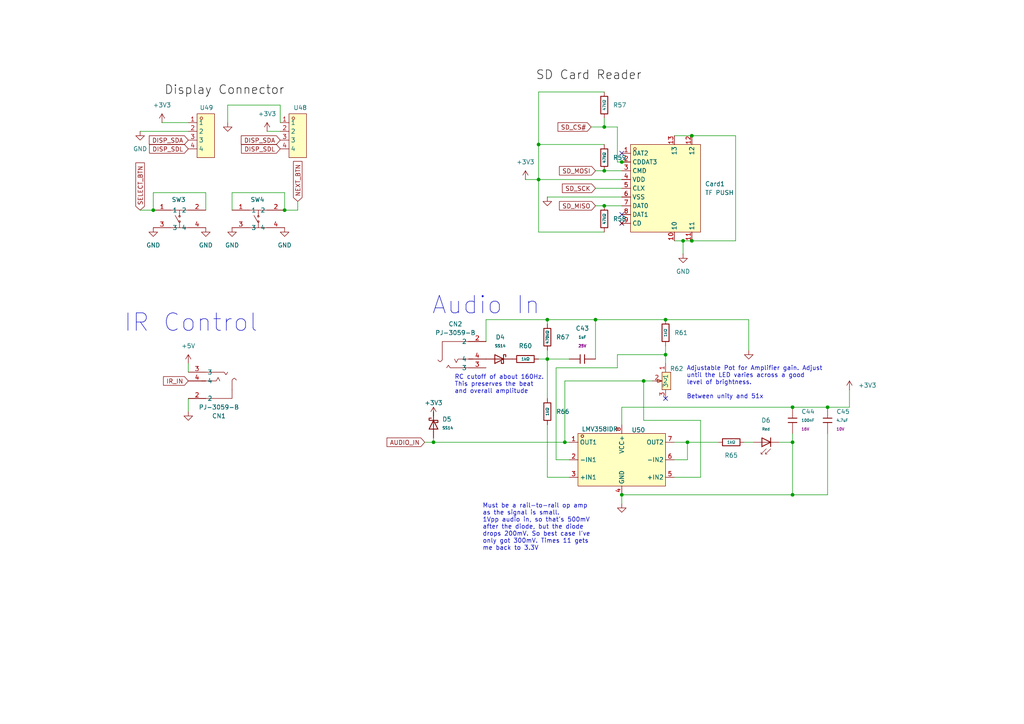
<source format=kicad_sch>
(kicad_sch (version 20250114) (generator "eeschema") (generator_version "9.0")
  (paper "A4")
  (lib_symbols
    (symbol "0402,1kΩ_1" (pin_numbers (hide yes)) (pin_names (offset 0))
      (property "Reference" "R" (at 1.778 0 0))
      (property "Value" "1kΩ" (at 0 0 90))
      (symbol "0402,1kΩ_1_0_1"
        (rectangle (start -1.016 2.54) (end 1.016 -2.54) (stroke (width 0.254)))
      )
      (symbol "0402,1kΩ_1_1_1"
        (pin passive line (at 0 3.81 270) (length 1.27) (name "~") (number "1"))
        (pin passive line (at 0 -3.81 90) (length 1.27) (name "~") (number "2"))
      )
    )
    (symbol "EasyEDA:2.54-1*4"
      (property "Reference" "U" (at 0 8.89 0))
      (property "Value" "2.54-1*4" (at 0 -8.89 0))
      (symbol "2.54-1*4_0_1"
        (rectangle (start -2.54 6.35) (end 2.54 -6.35) (fill (type background)))
        (circle (center -1.27 5.08) (radius 0.38))
        (pin unspecified line (at -5.08 3.81 0) (length 2.54) (name "1") (number "1"))
        (pin unspecified line (at -5.08 1.27 0) (length 2.54) (name "2") (number "2"))
        (pin unspecified line (at -5.08 -1.27 0) (length 2.54) (name "3") (number "3"))
        (pin unspecified line (at -5.08 -3.81 0) (length 2.54) (name "4") (number "4"))
      )
    )
    (symbol "EasyEDA:3362P-1-503LF"
      (property "Reference" "R" (at 0 10.16 0))
      (property "Value" "3362P-1-503LF" (at 0 -10.16 0))
      (symbol "3362P-1-503LF_0_1"
        (polyline (pts (xy -0.25 0) (xy -1.52 0)))
        (polyline (pts (xy 0.25 0) (xy -1.02 -0.51) (xy -1.02 0.51) (xy 0.25 0)) (fill (type background)))
        (polyline (pts (xy 0.25 -2.54) (xy 0.25 2.54) (xy 2.79 2.54) (xy 2.79 -2.54) (xy 0.25 -2.54)) (fill (type background)))
        (pin input line (at -2.54 0 0) (length 2.54) (name "2") (number "2"))
        (pin input line (at 1.27 5.08 270) (length 2.54) (name "1") (number "1"))
        (pin input line (at 1.27 -5.08 90) (length 2.54) (name "3") (number "3"))
      )
    )
    (symbol "EasyEDA:K2-1808SN-A4SW"
      (property "Reference" "SW" (at 0 7.62 0))
      (property "Value" "K2-1808SN-A4SW" (at 0 -7.62 0))
      (symbol "K2-1808SN-A4SW_0_1"
        (polyline (pts (xy -2.54 2.54) (xy 2.54 2.54)))
        (polyline (pts (xy -2.54 -2.54) (xy 2.54 -2.54)))
        (polyline (pts (xy -1.27 1.02) (xy -0.25 -0.76)))
        (polyline (pts (xy 0 2.54) (xy 0 1.52)))
        (polyline (pts (xy 0 1.52) (xy 0 0.76)))
        (circle (center 0 0.76) (radius 0.25))
        (circle (center 0 -0.76) (radius 0.25))
        (polyline (pts (xy 0 -2.54) (xy 0 -0.76)))
        (pin unspecified line (at -7.62 2.54 0) (length 5.08) (name "1") (number "1"))
        (pin unspecified line (at -7.62 -2.54 0) (length 5.08) (name "3") (number "3"))
        (pin unspecified line (at 7.62 2.54 180) (length 5.08) (name "2") (number "2"))
        (pin unspecified line (at 7.62 -2.54 180) (length 5.08) (name "4") (number "4"))
      )
    )
    (symbol "EasyEDA:LMV358IDR"
      (property "Reference" "U50" (at 0 11.43 0))
      (property "Value" "LMV358IDR" (at 0 8.89 0))
      (symbol "LMV358IDR_0_1"
        (rectangle (start -12.7 6.35) (end 12.7 -8.89) (fill (type background)))
        (circle (center -11.43 5.59) (radius 0.38))
        (circle (center -11.43 5.59) (radius 0.38))
        (pin unspecified line (at -15.24 3.81 0) (length 2.54) (name "OUT1") (number "1"))
        (pin unspecified line (at -15.24 -1.27 0) (length 2.54) (name "-IN1") (number "2"))
        (pin unspecified line (at -15.24 -6.35 0) (length 2.54) (name "+IN1") (number "3"))
        (pin unspecified line (at 0 8.89 270) (length 2.54) (name "VCC+") (number "8"))
        (pin unspecified line (at 0 -11.43 90) (length 2.54) (name "GND") (number "4"))
        (pin unspecified line (at 15.24 3.81 180) (length 2.54) (name "OUT2") (number "7"))
        (pin unspecified line (at 15.24 -1.27 180) (length 2.54) (name "-IN2") (number "6"))
        (pin unspecified line (at 15.24 -6.35 180) (length 2.54) (name "+IN2") (number "5"))
      )
    )
    (symbol "EasyEDA:PJ-3059-B"
      (property "Reference" "CN" (at 0 7.62 0))
      (property "Value" "PJ-3059-B" (at 0 -10.16 0))
      (symbol "PJ-3059-B_0_1"
        (polyline (pts (xy -10.16 0) (xy -10.16 -2.79) (xy -10.41 -3.05) (xy -10.67 -3.3) (xy -10.92 -3.3) (xy -11.43 -2.79)))
        (polyline (pts (xy -2.54 2.54) (xy -10.16 2.54) (xy -10.16 0)))
        (polyline (pts (xy -2.54 -5.08) (xy -7.87 -5.08) (xy -8.38 -4.32) (xy -8.89 -5.08)))
        (polyline (pts (xy -1.27 -2.54) (xy -2.54 -2.54) (xy -5.59 -2.54) (xy -6.1 -3.56) (xy -6.6 -2.54)))
        (pin unspecified line (at 2.54 2.54 180) (length 5.08) (name "2") (number "2"))
        (pin unspecified line (at 2.54 -2.54 180) (length 5.08) (name "4") (number "4"))
        (pin unspecified line (at 2.54 -5.08 180) (length 5.08) (name "3") (number "3"))
      )
    )
    (symbol "EasyEDA:TFPUSH"
      (property "Reference" "Card1" (at 13.97 1.2701 0))
      (property "Value" "TF PUSH" (at 13.97 -1.2699 0))
      (symbol "TFPUSH_0_1"
        (rectangle (start -7.62 12.7) (end 12.7 -12.7) (fill (type background)))
        (circle (center -6.35 11.43) (radius 0.38))
        (pin unspecified line (at -10.16 10.16 0) (length 2.54) (name "DAT2") (number "1"))
        (pin unspecified line (at -10.16 5.08 0) (length 2.54) (name "CMD") (number "3"))
        (pin unspecified line (at -10.16 2.54 0) (length 2.54) (name "VDD") (number "4"))
        (pin unspecified line (at -10.16 0 0) (length 2.54) (name "CLX") (number "5"))
        (pin unspecified line (at -10.16 -2.54 0) (length 2.54) (name "VSS") (number "6"))
        (pin unspecified line (at -10.16 -5.08 0) (length 2.54) (name "DAT0") (number "7"))
        (pin unspecified line (at -10.16 -7.62 0) (length 2.54) (name "DAT1") (number "8"))
        (pin unspecified line (at 5.08 15.24 270) (length 2.54) (name "13") (number "13"))
        (pin unspecified line (at 5.08 -15.24 90) (length 2.54) (name "10") (number "10"))
        (pin unspecified line (at 10.16 15.24 270) (length 2.54) (name "12") (number "12"))
        (pin unspecified line (at 10.16 -15.24 90) (length 2.54) (name "11") (number "11"))
      )
      (symbol "TFPUSH_1_1"
        (pin unspecified line (at -10.16 7.62 0) (length 2.54) (name "CDDAT3") (number "2"))
        (pin no_connect line (at -10.16 -10.16 0) (length 2.54) (name "CD") (number "9"))
      )
    )
    (symbol "PCM_JLCPCB-Capacitors:0402,100nF" (pin_numbers (hide yes)) (pin_names (offset 0))
      (property "Reference" "C" (at 2.032 1.668 0))
      (property "Value" "100nF" (at 2.032 -0.3782 0))
      (property "Voltage Rated" "16V" (at 2.032 -2.0462 0))
      (symbol "0402,100nF_0_1"
        (polyline (pts (xy -1.27 0.635) (xy 1.27 0.635)) (stroke (width 0.254)))
        (polyline (pts (xy -1.27 -0.635) (xy 1.27 -0.635)) (stroke (width 0.254)))
      )
      (symbol "0402,100nF_1_1"
        (pin passive line (at 0 3.81 270) (length 3.175) (name "~") (number "1"))
        (pin passive line (at 0 -3.81 90) (length 3.175) (name "~") (number "2"))
      )
    )
    (symbol "PCM_JLCPCB-Capacitors:0402,1uF" (pin_numbers (hide yes)) (pin_names (offset 0))
      (property "Reference" "C" (at 2.032 1.668 0))
      (property "Value" "1uF" (at 2.032 -0.3782 0))
      (property "Voltage Rated" "25V" (at 2.032 -2.0462 0))
      (symbol "0402,1uF_0_1"
        (polyline (pts (xy -1.27 0.635) (xy 1.27 0.635)) (stroke (width 0.254)))
        (polyline (pts (xy -1.27 -0.635) (xy 1.27 -0.635)) (stroke (width 0.254)))
      )
      (symbol "0402,1uF_1_1"
        (pin passive line (at 0 3.81 270) (length 3.175) (name "~") (number "1"))
        (pin passive line (at 0 -3.81 90) (length 3.175) (name "~") (number "2"))
      )
    )
    (symbol "PCM_JLCPCB-Capacitors:0402,4.7uF" (pin_numbers (hide yes)) (pin_names (offset 0))
      (property "Reference" "C" (at 2.032 1.668 0))
      (property "Value" "4.7uF" (at 2.032 -0.3782 0))
      (property "Voltage Rated" "10V" (at 2.032 -2.0462 0))
      (symbol "0402,4.7uF_0_1"
        (polyline (pts (xy -1.27 0.635) (xy 1.27 0.635)) (stroke (width 0.254)))
        (polyline (pts (xy -1.27 -0.635) (xy 1.27 -0.635)) (stroke (width 0.254)))
      )
      (symbol "0402,4.7uF_1_1"
        (pin passive line (at 0 3.81 270) (length 3.175) (name "~") (number "1"))
        (pin passive line (at 0 -3.81 90) (length 3.175) (name "~") (number "2"))
      )
    )
    (symbol "PCM_JLCPCB-Diodes:LED,0603,Red" (pin_numbers (hide yes)) (pin_names (offset 0))
      (property "Reference" "D" (at 2.032 0.834 0))
      (property "Value" "Red" (at 2.032 -1.2122 0))
      (symbol "LED,0603,Red_0_1"
        (polyline (pts (xy -1.905 0) (xy -3.429 1.524) (xy -3.429 1.016) (xy -3.429 1.524) (xy -2.921 1.524)) (stroke (width 0.127)))
        (polyline (pts (xy -1.905 -1.27) (xy -3.429 0.254) (xy -3.429 -0.254) (xy -3.429 0.254) (xy -2.921 0.254)) (stroke (width 0.127)))
        (polyline (pts (xy -1.27 1.27) (xy 0 -1.27) (xy 1.27 1.27) (xy -1.27 1.27)) (stroke (width 0.254)))
        (polyline (pts (xy -1.27 -1.27) (xy 1.27 -1.27)) (stroke (width 0.254)))
      )
      (symbol "LED,0603,Red_1_1"
        (pin passive line (at 0 3.81 270) (length 3.81) (name "~") (number "2"))
        (pin passive line (at 0 -3.81 90) (length 3.81) (name "~") (number "1"))
      )
    )
    (symbol "PCM_JLCPCB-Diodes:Schottky,SS14" (pin_numbers (hide yes)) (pin_names (offset 0))
      (property "Reference" "D" (at 2.032 0.834 0))
      (property "Value" "SS14" (at 2.032 -1.2122 0))
      (symbol "Schottky,SS14_0_1"
        (polyline (pts (xy -1.27 1.27) (xy 0 -1.27) (xy 1.27 1.27) (xy -1.27 1.27)) (stroke (width 0.254)))
        (polyline (pts (xy 0.635 -1.905) (xy 1.27 -1.905) (xy 1.27 -1.27) (xy -1.27 -1.27) (xy -1.27 -0.635) (xy -0.635 -0.635)) (stroke (width 0.254)))
      )
      (symbol "Schottky,SS14_1_1"
        (pin passive line (at 0 3.81 270) (length 3.81) (name "~") (number "2"))
        (pin passive line (at 0 -3.81 90) (length 3.81) (name "~") (number "1"))
      )
    )
    (symbol "PCM_JLCPCB-Resistors:0402,1kΩ" (pin_numbers (hide yes)) (pin_names (offset 0))
      (property "Reference" "R" (at 1.778 0 0))
      (property "Value" "1kΩ" (at 0 0 90))
      (symbol "0402,1kΩ_0_1"
        (rectangle (start -1.016 2.54) (end 1.016 -2.54) (stroke (width 0.254)))
      )
      (symbol "0402,1kΩ_1_1"
        (pin passive line (at 0 3.81 270) (length 1.27) (name "~") (number "1"))
        (pin passive line (at 0 -3.81 90) (length 1.27) (name "~") (number "2"))
      )
    )
    (symbol "PCM_JLCPCB-Resistors:0402,470kΩ" (pin_numbers (hide yes)) (pin_names (offset 0))
      (property "Reference" "R" (at 1.778 0 0))
      (property "Value" "470kΩ" (at 0 0 90))
      (symbol "0402,470kΩ_0_1"
        (rectangle (start -1.016 2.54) (end 1.016 -2.54) (stroke (width 0.254)))
      )
      (symbol "0402,470kΩ_1_1"
        (pin passive line (at 0 3.81 270) (length 1.27) (name "~") (number "1"))
        (pin passive line (at 0 -3.81 90) (length 1.27) (name "~") (number "2"))
      )
    )
    (symbol "PCM_JLCPCB-Resistors:0402,47kΩ" (pin_numbers (hide yes)) (pin_names (offset 0))
      (property "Reference" "R" (at 1.778 0 0))
      (property "Value" "47kΩ" (at 0 0 90))
      (symbol "0402,47kΩ_0_1"
        (rectangle (start -1.016 2.54) (end 1.016 -2.54) (stroke (width 0.254)))
      )
      (symbol "0402,47kΩ_1_1"
        (pin passive line (at 0 3.81 270) (length 1.27) (name "~") (number "1"))
        (pin passive line (at 0 -3.81 90) (length 1.27) (name "~") (number "2"))
      )
    )
    (symbol "PCM_JLCPCB-Resistors:0603,1kΩ" (pin_numbers (hide yes)) (pin_names (offset 0))
      (property "Reference" "R" (at 1.778 0 0))
      (property "Value" "1kΩ" (at 0 0 90))
      (symbol "0603,1kΩ_0_1"
        (rectangle (start -1.016 2.54) (end 1.016 -2.54) (stroke (width 0.254)))
      )
      (symbol "0603,1kΩ_1_1"
        (pin passive line (at 0 3.81 270) (length 1.27) (name "~") (number "1"))
        (pin passive line (at 0 -3.81 90) (length 1.27) (name "~") (number "2"))
      )
    )
    (symbol "power:+3V3" (power) (pin_numbers (hide yes)) (pin_names (offset 0) (hide yes))
      (property "Value" "+3V3" (at 0 3.556 0))
      (symbol "+3V3_0_1"
        (polyline (pts (xy -0.762 1.27) (xy 0 2.54)))
        (polyline (pts (xy 0 2.54) (xy 0.762 1.27)))
        (polyline (pts (xy 0 0) (xy 0 2.54)))
      )
      (symbol "+3V3_1_1"
        (pin power_in line (at 0 0 90) (length 0) (name "~") (number "1"))
      )
    )
    (symbol "power:+5V" (power) (pin_numbers (hide yes)) (pin_names (offset 0) (hide yes))
      (property "Value" "+5V" (at 0 3.556 0))
      (symbol "+5V_0_1"
        (polyline (pts (xy -0.762 1.27) (xy 0 2.54)))
        (polyline (pts (xy 0 2.54) (xy 0.762 1.27)))
        (polyline (pts (xy 0 0) (xy 0 2.54)))
      )
      (symbol "+5V_1_1"
        (pin power_in line (at 0 0 90) (length 0) (name "~") (number "1"))
      )
    )
    (symbol "power:GND" (power) (pin_numbers (hide yes)) (pin_names (offset 0) (hide yes))
      (property "Value" "GND" (at 0 -3.81 0))
      (symbol "GND_0_1"
        (polyline (pts (xy 0 0) (xy 0 -1.27) (xy 1.27 -1.27) (xy 0 -2.54) (xy -1.27 -1.27) (xy 0 -1.27)))
      )
      (symbol "GND_1_1"
        (pin power_in line (at 0 0 270) (length 0) (name "~") (number "1"))
      )
    )
  )
  (text "Display Connector" (at 82.55 27.686 0) (effects (font (size 2.54 2.54)) (justify right bottom)))
  (text "Adjustable Pot for Amplifier gain. Adjust \nuntil the LED varies across a good \nlevel of brightness.\n\nBetween unity and 51x" (at 199.136 110.998 0) (effects (font (size 1.27 1.27)) (justify left)))
  (text "Must be a rail-to-rail op amp\nas the signal is small. \n1Vpp audio in, so that's 500mV\nafter the diode, but the diode \ndrops 200mV. So best case I've \nonly got 300mV. Times 11 gets\nme back to 3.3V" (at 139.954 152.908 0) (effects (font (size 1.27 1.27)) (justify left)))
  (text "IR Control" (at 55.372 93.726 0) (effects (font (size 5.08 5.08))))
  (text "Audio In\n" (at 140.97 88.646 0) (effects (font (size 5.08 5.08))))
  (text "SD Card Reader" (at 186.182 23.368 0) (effects (font (size 2.54 2.54)) (justify right bottom)))
  (text "RC cutoff of about 160Hz.\nThis preserves the beat\nand overall amplitude" (at 131.826 111.506 0) (effects (font (size 1.27 1.27)) (justify left)))
  (junction (at 200.66 69.85))
  (junction (at 156.21 52.07))
  (junction (at 180.34 46.99))
  (junction (at 156.21 41.91))
  (junction (at 125.73 128.27))
  (junction (at 175.26 36.83))
  (junction (at 163.83 128.27))
  (junction (at 186.69 110.49))
  (junction (at 158.75 104.14))
  (junction (at 198.12 69.85))
  (junction (at 175.26 59.69))
  (junction (at 193.04 102.87))
  (junction (at 172.72 92.71))
  (junction (at 158.75 92.71))
  (junction (at 229.87 128.27))
  (junction (at 44.45 60.96))
  (junction (at 200.66 39.37))
  (junction (at 175.26 49.53))
  (junction (at 180.34 143.51))
  (junction (at 229.87 118.11))
  (junction (at 240.03 118.11))
  (junction (at 229.87 143.51))
  (junction (at 193.04 92.71))
  (junction (at 199.39 128.27))
  (junction (at 82.55 60.96))
  (no_connect (at 180.34 44.45))
  (no_connect (at 180.34 64.77))
  (no_connect (at 180.34 62.23))
  (no_connect (at 193.04 115.57))
  (wire (pts (xy 180.34 54.61) (xy 172.72 54.61)))
  (wire (pts (xy 193.04 92.71) (xy 217.17 92.71)))
  (wire (pts (xy 156.21 41.91) (xy 175.26 41.91)))
  (wire (pts (xy 172.72 49.53) (xy 175.26 49.53)))
  (wire (pts (xy 180.34 143.51) (xy 229.87 143.51)))
  (wire (pts (xy 81.28 30.48) (xy 66.04 30.48)))
  (wire (pts (xy 156.21 41.91) (xy 156.21 52.07)))
  (wire (pts (xy 172.72 59.69) (xy 175.26 59.69)))
  (wire (pts (xy 181.61 46.99) (xy 180.34 46.99)))
  (wire (pts (xy 229.87 128.27) (xy 229.87 143.51)))
  (wire (pts (xy 125.73 128.27) (xy 163.83 128.27)))
  (wire (pts (xy 226.06 128.27) (xy 229.87 128.27)))
  (wire (pts (xy 77.47 38.1) (xy 81.28 38.1)))
  (wire (pts (xy 161.29 106.68) (xy 161.29 133.35)))
  (wire (pts (xy 163.83 128.27) (xy 165.1 128.27)))
  (wire (pts (xy 86.36 60.96) (xy 86.36 58.42)))
  (wire (pts (xy 186.69 110.49) (xy 189.23 110.49)))
  (wire (pts (xy 125.73 128.27) (xy 123.19 128.27)))
  (wire (pts (xy 175.26 26.67) (xy 156.21 26.67)))
  (wire (pts (xy 66.04 30.48) (xy 66.04 35.56)))
  (wire (pts (xy 172.72 92.71) (xy 172.72 104.14)))
  (wire (pts (xy 158.75 57.15) (xy 180.34 57.15)))
  (wire (pts (xy 195.58 39.37) (xy 200.66 39.37)))
  (wire (pts (xy 175.26 59.69) (xy 180.34 59.69)))
  (wire (pts (xy 152.4 52.07) (xy 156.21 52.07)))
  (wire (pts (xy 175.26 34.29) (xy 175.26 36.83)))
  (wire (pts (xy 246.38 113.03) (xy 246.38 118.11)))
  (wire (pts (xy 158.75 92.71) (xy 172.72 92.71)))
  (wire (pts (xy 213.36 69.85) (xy 200.66 69.85)))
  (wire (pts (xy 125.73 119.38) (xy 125.73 120.65)))
  (wire (pts (xy 203.2 121.92) (xy 203.2 138.43)))
  (wire (pts (xy 217.17 92.71) (xy 217.17 101.6)))
  (wire (pts (xy 44.45 55.88) (xy 59.69 55.88)))
  (wire (pts (xy 215.9 128.27) (xy 218.44 128.27)))
  (wire (pts (xy 67.31 60.96) (xy 67.31 55.88)))
  (wire (pts (xy 175.26 49.53) (xy 180.34 49.53)))
  (wire (pts (xy 40.64 38.1) (xy 54.61 38.1)))
  (wire (pts (xy 195.58 128.27) (xy 199.39 128.27)))
  (wire (pts (xy 195.58 133.35) (xy 199.39 133.35)))
  (wire (pts (xy 198.12 69.85) (xy 195.58 69.85)))
  (wire (pts (xy 140.97 92.71) (xy 140.97 99.06)))
  (wire (pts (xy 158.75 101.6) (xy 158.75 104.14)))
  (wire (pts (xy 156.21 52.07) (xy 180.34 52.07)))
  (wire (pts (xy 213.36 39.37) (xy 213.36 69.85)))
  (wire (pts (xy 193.04 100.33) (xy 193.04 102.87)))
  (wire (pts (xy 40.64 60.96) (xy 44.45 60.96)))
  (wire (pts (xy 186.69 110.49) (xy 186.69 121.92)))
  (wire (pts (xy 161.29 133.35) (xy 165.1 133.35)))
  (wire (pts (xy 44.45 60.96) (xy 44.45 55.88)))
  (wire (pts (xy 46.99 35.56) (xy 54.61 35.56)))
  (wire (pts (xy 180.34 146.05) (xy 180.34 143.51)))
  (wire (pts (xy 171.45 36.83) (xy 175.26 36.83)))
  (wire (pts (xy 163.83 110.49) (xy 186.69 110.49)))
  (wire (pts (xy 158.75 123.19) (xy 158.75 138.43)))
  (wire (pts (xy 229.87 118.11) (xy 240.03 118.11)))
  (wire (pts (xy 158.75 104.14) (xy 165.1 104.14)))
  (wire (pts (xy 193.04 105.41) (xy 193.04 102.87)))
  (wire (pts (xy 179.07 106.68) (xy 179.07 102.87)))
  (wire (pts (xy 180.34 118.11) (xy 180.34 123.19)))
  (wire (pts (xy 200.66 69.85) (xy 198.12 69.85)))
  (wire (pts (xy 198.12 69.85) (xy 198.12 73.66)))
  (wire (pts (xy 158.75 138.43) (xy 165.1 138.43)))
  (wire (pts (xy 179.07 102.87) (xy 193.04 102.87)))
  (wire (pts (xy 59.69 55.88) (xy 59.69 60.96)))
  (wire (pts (xy 54.61 119.38) (xy 54.61 115.57)))
  (wire (pts (xy 240.03 143.51) (xy 229.87 143.51)))
  (wire (pts (xy 156.21 26.67) (xy 156.21 41.91)))
  (wire (pts (xy 172.72 92.71) (xy 193.04 92.71)))
  (wire (pts (xy 200.66 39.37) (xy 213.36 39.37)))
  (wire (pts (xy 229.87 128.27) (xy 229.87 125.73)))
  (wire (pts (xy 125.73 127) (xy 125.73 128.27)))
  (wire (pts (xy 158.75 104.14) (xy 156.21 104.14)))
  (wire (pts (xy 81.28 30.48) (xy 81.28 35.56)))
  (wire (pts (xy 199.39 128.27) (xy 208.28 128.27)))
  (wire (pts (xy 156.21 67.31) (xy 156.21 52.07)))
  (wire (pts (xy 161.29 106.68) (xy 179.07 106.68)))
  (wire (pts (xy 180.34 46.99) (xy 179.07 46.99)))
  (wire (pts (xy 180.34 118.11) (xy 229.87 118.11)))
  (wire (pts (xy 179.07 46.99) (xy 179.07 36.83)))
  (wire (pts (xy 246.38 118.11) (xy 240.03 118.11)))
  (wire (pts (xy 140.97 92.71) (xy 158.75 92.71)))
  (wire (pts (xy 175.26 67.31) (xy 156.21 67.31)))
  (wire (pts (xy 199.39 133.35) (xy 199.39 128.27)))
  (wire (pts (xy 158.75 92.71) (xy 158.75 93.98)))
  (wire (pts (xy 82.55 60.96) (xy 86.36 60.96)))
  (wire (pts (xy 186.69 121.92) (xy 203.2 121.92)))
  (wire (pts (xy 67.31 55.88) (xy 82.55 55.88)))
  (wire (pts (xy 163.83 110.49) (xy 163.83 128.27)))
  (wire (pts (xy 82.55 55.88) (xy 82.55 60.96)))
  (wire (pts (xy 179.07 36.83) (xy 175.26 36.83)))
  (wire (pts (xy 240.03 143.51) (xy 240.03 125.73)))
  (wire (pts (xy 54.61 105.41) (xy 54.61 107.95)))
  (wire (pts (xy 203.2 138.43) (xy 195.58 138.43)))
  (wire (pts (xy 158.75 104.14) (xy 158.75 115.57)))
  (global_label "NEXT_BTN" (shape input) (at 86.36 58.42 90) (property "Intersheetrefs" "${INTERSHEET_REFS}" (effects (hide yes))))
  (global_label "DISP_SDL" (shape input) (at 54.61 43.18 180) (property "Intersheetrefs" "${INTERSHEET_REFS}" (effects (hide yes))))
  (global_label "DISP_SDA" (shape input) (at 81.28 40.64 180) (property "Intersheetrefs" "${INTERSHEET_REFS}" (effects (hide yes))))
  (global_label "DISP_SDA" (shape input) (at 54.61 40.64 180) (property "Intersheetrefs" "${INTERSHEET_REFS}" (effects (hide yes))))
  (global_label "AUDIO_IN" (shape input) (at 123.19 128.27 180) (property "Intersheetrefs" "${INTERSHEET_REFS}" (effects (hide yes))))
  (global_label "SD_MOSI" (shape input) (at 172.72 49.53 180) (property "Intersheetrefs" "${INTERSHEET_REFS}" (effects (hide yes))))
  (global_label "SD_CS#" (shape input) (at 171.45 36.83 180) (property "Intersheetrefs" "${INTERSHEET_REFS}" (effects (hide yes))))
  (global_label "DISP_SDL" (shape input) (at 81.28 43.18 180) (property "Intersheetrefs" "${INTERSHEET_REFS}" (effects (hide yes))))
  (global_label "SD_SCK" (shape input) (at 172.72 54.61 180) (property "Intersheetrefs" "${INTERSHEET_REFS}" (effects (hide yes))))
  (global_label "SELECT_BTN" (shape input) (at 40.64 60.96 90) (property "Intersheetrefs" "${INTERSHEET_REFS}" (effects (hide yes))))
  (global_label "SD_MISO" (shape input) (at 172.72 59.69 180) (property "Intersheetrefs" "${INTERSHEET_REFS}" (effects (hide yes))))
  (global_label "IR_IN" (shape input) (at 54.61 110.49 180) (property "Intersheetrefs" "${INTERSHEET_REFS}" (effects (hide yes))))
  (symbol (lib_id "power:GND") (at 67.31 66.04 0) (unit 1)
    (property "Reference" "#PWR0119" (effects (hide yes)))
    (property "Value" "GND" (at 67.31 71.12 0))
    (property "Description" "Power symbol creates a global label with name \"GND\" , ground" (effects (hide yes)))
  )
  (symbol (lib_id "power:GND") (at 180.34 146.05 0) (unit 1)
    (property "Reference" "#PWR0127" (effects (hide yes)))
    (property "Value" "GND" (effects (hide yes)))
    (property "Description" "Power symbol creates a global label with name \"GND\" , ground" (effects (hide yes)))
  )
  (symbol (lib_id "PCM_JLCPCB-Diodes:Schottky,SS14") (at 125.73 123.19 180) (unit 1)
    (property "Reference" "D5" (at 128.27 121.6024 0) (effects (justify right)))
    (property "Value" "SS14" (at 128.27 124.1425 0) (effects (font (size 0.8 0.8)) (justify right)))
    (property "Footprint" "PCM_JLCPCB:D_SMA" (effects (hide yes)))
    (property "Datasheet" "https://www.lcsc.com/datasheet/lcsc_datasheet_2407101109_MDD-Microdiode-Semiconductor-SS14_C2480.pdf" (effects (hide yes)))
    (property "Description" "40V Independent Type 1A 550mV@1A SMA(DO-214AC) Schottky Diodes ROHS" (effects (hide yes)))
    (property "LCSC" "C2480" (effects (hide yes)))
    (property "Stock" "1115112" (effects (hide yes)))
    (property "Price" "0.018USD" (effects (hide yes)))
    (property "Process" "SMT" (effects (hide yes)))
    (property "Minimum Qty" "5" (effects (hide yes)))
    (property "Attrition Qty" "10" (effects (hide yes)))
    (property "Class" "Basic Component" (effects (hide yes)))
    (property "Category" "Diodes,Schottky Barrier Diodes (SBD)" (effects (hide yes)))
    (property "Manufacturer" "MDD（Microdiode Electronics）" (effects (hide yes)))
    (property "Part" "SS14" (effects (hide yes)))
    (property "Rectified Current" "1A" (effects (hide yes)))
    (property "Forward Voltage (Vf@If)" "550mV@1A" (effects (hide yes)))
    (property "Reverse Voltage (Vr)" "40V" (effects (hide yes)))
    (property "Diode Configuration" "Independent Type" (effects (hide yes)))
    (property "Reverse Leakage Current (Ir)" "300uA@40V" (effects (hide yes)))
  )
  (symbol (lib_id "EasyEDA:PJ-3059-B") (at 138.43 101.6 0) (unit 1)
    (property "Reference" "CN2" (at 132.08 93.98 0))
    (property "Value" "PJ-3059-B" (at 132.08 96.52 0))
    (property "Footprint" "EasyEDA:AUDIO-TH_XKB_PJ-3059-B" (effects (hide yes)))
    (property "LCSC Part" "C2884976" (effects (hide yes)))
  )
  (symbol (lib_id "power:GND") (at 54.61 119.38 0) (unit 1)
    (property "Reference" "#PWR0107" (effects (hide yes)))
    (property "Value" "GND" (effects (hide yes)))
    (property "Description" "Power symbol creates a global label with name \"GND\" , ground" (effects (hide yes)))
  )
  (symbol (lib_id "power:GND") (at 44.45 66.04 0) (unit 1)
    (property "Reference" "#PWR0117" (effects (hide yes)))
    (property "Value" "GND" (at 44.45 71.12 0))
    (property "Description" "Power symbol creates a global label with name \"GND\" , ground" (effects (hide yes)))
  )
  (symbol (lib_id "power:GND") (at 82.55 66.04 0) (unit 1)
    (property "Reference" "#PWR0120" (effects (hide yes)))
    (property "Value" "GND" (at 82.55 71.12 0))
    (property "Description" "Power symbol creates a global label with name \"GND\" , ground" (effects (hide yes)))
  )
  (symbol (lib_id "power:GND") (at 40.64 38.1 0) (unit 1)
    (property "Reference" "#PWR0121" (effects (hide yes)))
    (property "Value" "GND" (at 40.64 43.18 0))
    (property "Description" "Power symbol creates a global label with name \"GND\" , ground" (effects (hide yes)))
  )
  (symbol (lib_id "PCM_JLCPCB-Resistors:0402,47kΩ") (at 175.26 30.48 0) (unit 1)
    (property "Reference" "R57" (at 177.8 30.4799 0) (effects (justify left)))
    (property "Value" "47kΩ" (at 175.26 30.48 90) (effects (font (size 0.8 0.8))))
    (property "Footprint" "PCM_JLCPCB:R_0402" (effects (hide yes)))
    (property "Datasheet" "https://www.lcsc.com/datasheet/lcsc_datasheet_2206010100_UNI-ROYAL-Uniroyal-Elec-0402WGF4702TCE_C25792.pdf" (effects (hide yes)))
    (property "Description" "62.5mW Thick Film Resistors 50V ±100ppm/°C ±1% 47kΩ 0402 Chip Resistor - Surface Mount ROHS" (effects (hide yes)))
    (property "LCSC" "C25792" (effects (hide yes)))
    (property "Stock" "1792808" (effects (hide yes)))
    (property "Price" "0.004USD" (effects (hide yes)))
    (property "Process" "SMT" (effects (hide yes)))
    (property "Minimum Qty" "20" (effects (hide yes)))
    (property "Attrition Qty" "10" (effects (hide yes)))
    (property "Class" "Basic Component" (effects (hide yes)))
    (property "Category" "Resistors,Chip Resistor - Surface Mount" (effects (hide yes)))
    (property "Manufacturer" "UNI-ROYAL(Uniroyal Elec)" (effects (hide yes)))
    (property "Part" "0402WGF4702TCE" (effects (hide yes)))
    (property "Resistance" "47kΩ" (effects (hide yes)))
    (property "Power(Watts)" "62.5mW" (effects (hide yes)))
    (property "Type" "Thick Film Resistors" (effects (hide yes)))
    (property "Overload Voltage (Max)" "50V" (effects (hide yes)))
    (property "Operating Temperature Range" "-55°C~+155°C" (effects (hide yes)))
    (property "Tolerance" "±1%" (effects (hide yes)))
    (property "Temperature Coefficient" "±100ppm/°C" (effects (hide yes)))
  )
  (symbol (lib_id "PCM_JLCPCB-Resistors:0402,47kΩ") (at 175.26 45.72 0) (unit 1)
    (property "Reference" "R59" (at 177.8 45.7199 0) (effects (justify left)))
    (property "Value" "47kΩ" (at 175.26 45.72 90) (effects (font (size 0.8 0.8))))
    (property "Footprint" "PCM_JLCPCB:R_0402" (effects (hide yes)))
    (property "Datasheet" "https://www.lcsc.com/datasheet/lcsc_datasheet_2206010100_UNI-ROYAL-Uniroyal-Elec-0402WGF4702TCE_C25792.pdf" (effects (hide yes)))
    (property "Description" "62.5mW Thick Film Resistors 50V ±100ppm/°C ±1% 47kΩ 0402 Chip Resistor - Surface Mount ROHS" (effects (hide yes)))
    (property "LCSC" "C25792" (effects (hide yes)))
    (property "Stock" "1792808" (effects (hide yes)))
    (property "Price" "0.004USD" (effects (hide yes)))
    (property "Process" "SMT" (effects (hide yes)))
    (property "Minimum Qty" "20" (effects (hide yes)))
    (property "Attrition Qty" "10" (effects (hide yes)))
    (property "Class" "Basic Component" (effects (hide yes)))
    (property "Category" "Resistors,Chip Resistor - Surface Mount" (effects (hide yes)))
    (property "Manufacturer" "UNI-ROYAL(Uniroyal Elec)" (effects (hide yes)))
    (property "Part" "0402WGF4702TCE" (effects (hide yes)))
    (property "Resistance" "47kΩ" (effects (hide yes)))
    (property "Power(Watts)" "62.5mW" (effects (hide yes)))
    (property "Type" "Thick Film Resistors" (effects (hide yes)))
    (property "Overload Voltage (Max)" "50V" (effects (hide yes)))
    (property "Operating Temperature Range" "-55°C~+155°C" (effects (hide yes)))
    (property "Tolerance" "±1%" (effects (hide yes)))
    (property "Temperature Coefficient" "±100ppm/°C" (effects (hide yes)))
  )
  (symbol (lib_id "EasyEDA:K2-1808SN-A4SW") (at 74.93 63.5 0) (unit 1)
    (property "Reference" "SW4" (at 74.676 57.912 0))
    (property "Value" "K2-1808SN-A4SW" (effects (hide yes)))
    (property "Footprint" "EasyEDA:KEY-SMD_4P-L4.2-W3.2-P2.20-LS5.1-TL" (effects (hide yes)))
    (property "Datasheet" "https://lcsc.com/product-detail/Tactile-Switches_4-2mm-3-25mm_C92589.html" (effects (hide yes)))
    (property "LCSC Part" "C92589" (effects (hide yes)))
  )
  (symbol (lib_id "power:+3V3") (at 46.99 35.56 0) (unit 1)
    (property "Reference" "#PWR0122" (effects (hide yes)))
    (property "Value" "+3V3" (at 46.99 30.48 0))
    (property "Description" "Power symbol creates a global label with name \"+3V3\"" (effects (hide yes)))
  )
  (symbol (lib_id "PCM_JLCPCB-Resistors:0603,1kΩ") (at 193.04 96.52 180) (unit 1)
    (property "Reference" "R61" (at 195.58 96.5199 0) (effects (justify right)))
    (property "Value" "1kΩ" (at 193.04 96.52 90) (effects (font (size 0.8 0.8))))
    (property "Footprint" "PCM_JLCPCB:R_0603" (effects (hide yes)))
    (property "Datasheet" "https://www.lcsc.com/datasheet/lcsc_datasheet_2206010130_UNI-ROYAL-Uniroyal-Elec-0603WAF1001T5E_C21190.pdf" (effects (hide yes)))
    (property "Description" "100mW Thick Film Resistors 75V ±100ppm/°C ±1% 1kΩ 0603 Chip Resistor - Surface Mount ROHS" (effects (hide yes)))
    (property "LCSC" "C21190" (effects (hide yes)))
    (property "Stock" "27538425" (effects (hide yes)))
    (property "Price" "0.004USD" (effects (hide yes)))
    (property "Process" "SMT" (effects (hide yes)))
    (property "Minimum Qty" "20" (effects (hide yes)))
    (property "Attrition Qty" "10" (effects (hide yes)))
    (property "Class" "Basic Component" (effects (hide yes)))
    (property "Category" "Resistors,Chip Resistor - Surface Mount" (effects (hide yes)))
    (property "Manufacturer" "UNI-ROYAL(Uniroyal Elec)" (effects (hide yes)))
    (property "Part" "0603WAF1001T5E" (effects (hide yes)))
    (property "Resistance" "1kΩ" (effects (hide yes)))
    (property "Power(Watts)" "100mW" (effects (hide yes)))
    (property "Type" "Thick Film Resistors" (effects (hide yes)))
    (property "Overload Voltage (Max)" "75V" (effects (hide yes)))
    (property "Operating Temperature Range" "-55°C~+155°C" (effects (hide yes)))
    (property "Tolerance" "±1%" (effects (hide yes)))
    (property "Temperature Coefficient" "±100ppm/°C" (effects (hide yes)))
  )
  (symbol (lib_id "PCM_JLCPCB-Resistors:0402,1kΩ") (at 212.09 128.27 270) (unit 1)
    (property "Reference" "R65" (at 212.09 132.08 90))
    (property "Value" "1kΩ" (at 212.09 128.27 90) (effects (font (size 0.8 0.8))))
    (property "Footprint" "PCM_JLCPCB:R_0402" (effects (hide yes)))
    (property "Datasheet" "https://www.lcsc.com/datasheet/lcsc_datasheet_2206010216_UNI-ROYAL-Uniroyal-Elec-0402WGF1001TCE_C11702.pdf" (effects (hide yes)))
    (property "Description" "62.5mW Thick Film Resistors 50V ±100ppm/°C ±1% 1kΩ 0402 Chip Resistor - Surface Mount ROHS" (effects (hide yes)))
    (property "LCSC" "C11702" (effects (hide yes)))
    (property "Stock" "8973314" (effects (hide yes)))
    (property "Price" "0.004USD" (effects (hide yes)))
    (property "Process" "SMT" (effects (hide yes)))
    (property "Minimum Qty" "20" (effects (hide yes)))
    (property "Attrition Qty" "10" (effects (hide yes)))
    (property "Class" "Basic Component" (effects (hide yes)))
    (property "Category" "Resistors,Chip Resistor - Surface Mount" (effects (hide yes)))
    (property "Manufacturer" "UNI-ROYAL(Uniroyal Elec)" (effects (hide yes)))
    (property "Part" "0402WGF1001TCE" (effects (hide yes)))
    (property "Resistance" "1kΩ" (effects (hide yes)))
    (property "Power(Watts)" "62.5mW" (effects (hide yes)))
    (property "Type" "Thick Film Resistors" (effects (hide yes)))
    (property "Overload Voltage (Max)" "50V" (effects (hide yes)))
    (property "Operating Temperature Range" "-55°C~+155°C" (effects (hide yes)))
    (property "Tolerance" "±1%" (effects (hide yes)))
    (property "Temperature Coefficient" "±100ppm/°C" (effects (hide yes)))
  )
  (symbol (lib_name "0402,1kΩ_1") (lib_id "PCM_JLCPCB-Resistors:0402,1kΩ") (at 158.75 119.38 0) (unit 1)
    (property "Reference" "R66" (at 161.29 119.3799 0) (effects (justify left)))
    (property "Value" "1kΩ" (at 158.75 119.38 90) (effects (font (size 0.8 0.8))))
    (property "Footprint" "PCM_JLCPCB:R_0402" (effects (hide yes)))
    (property "Datasheet" "https://www.lcsc.com/datasheet/lcsc_datasheet_2206010216_UNI-ROYAL-Uniroyal-Elec-0402WGF1001TCE_C11702.pdf" (effects (hide yes)))
    (property "Description" "62.5mW Thick Film Resistors 50V ±100ppm/°C ±1% 1kΩ 0402 Chip Resistor - Surface Mount ROHS" (effects (hide yes)))
    (property "LCSC" "C11702" (effects (hide yes)))
    (property "Stock" "13226393" (effects (hide yes)))
    (property "Price" "0.004USD" (effects (hide yes)))
    (property "Process" "SMT" (effects (hide yes)))
    (property "Minimum Qty" "20" (effects (hide yes)))
    (property "Attrition Qty" "10" (effects (hide yes)))
    (property "Class" "Basic Component" (effects (hide yes)))
    (property "Category" "Resistors,Chip Resistor - Surface Mount" (effects (hide yes)))
    (property "Manufacturer" "UNI-ROYAL(Uniroyal Elec)" (effects (hide yes)))
    (property "Part" "0402WGF1001TCE" (effects (hide yes)))
    (property "Resistance" "1kΩ" (effects (hide yes)))
    (property "Power(Watts)" "62.5mW" (effects (hide yes)))
    (property "Type" "Thick Film Resistors" (effects (hide yes)))
    (property "Overload Voltage (Max)" "50V" (effects (hide yes)))
    (property "Operating Temperature Range" "-55°C~+155°C" (effects (hide yes)))
    (property "Tolerance" "±1%" (effects (hide yes)))
    (property "Temperature Coefficient" "±100ppm/°C" (effects (hide yes)))
  )
  (symbol (lib_id "PCM_JLCPCB-Diodes:LED,0603,Red") (at 222.25 128.27 90) (unit 1)
    (property "Reference" "D6" (at 222.1547 121.92 90))
    (property "Value" "Red" (at 222.1547 124.46 90) (effects (font (size 0.8 0.8))))
    (property "Footprint" "PCM_JLCPCB:D_0603" (effects (hide yes)))
    (property "Datasheet" "https://www.lcsc.com/datasheet/lcsc_datasheet_1810231112_Hubei-KENTO-Elec-KT-0603R_C2286.pdf" (effects (hide yes)))
    (property "Description" "-40°C~+85°C Red 0603 LED Indication - Discrete ROHS" (effects (hide yes)))
    (property "LCSC" "C2286" (effects (hide yes)))
    (property "Stock" "5373336" (effects (hide yes)))
    (property "Price" "0.009USD" (effects (hide yes)))
    (property "Process" "SMT" (effects (hide yes)))
    (property "Minimum Qty" "20" (effects (hide yes)))
    (property "Attrition Qty" "10" (effects (hide yes)))
    (property "Class" "Basic Component" (effects (hide yes)))
    (property "Category" "Optocouplers & LEDs & Infrared,Light Emitting Diodes (LED)" (effects (hide yes)))
    (property "Manufacturer" "Hubei KENTO Elec" (effects (hide yes)))
    (property "Part" "KT-0603R" (effects (hide yes)))
  )
  (symbol (lib_id "PCM_JLCPCB-Capacitors:0402,4.7uF") (at 240.03 121.92 0) (unit 1)
    (property "Reference" "C45" (at 242.57 119.3799 0) (effects (justify left)))
    (property "Value" "4.7uF" (at 242.57 121.92 0) (effects (font (size 0.8 0.8)) (justify left)))
    (property "Footprint" "PCM_JLCPCB:C_0402" (effects (hide yes)))
    (property "Datasheet" "https://www.lcsc.com/datasheet/lcsc_datasheet_2304140030_Samsung-Electro-Mechanics-CL05A475MP5NRNC_C23733.pdf" (effects (hide yes)))
    (property "Description" "10V 4.7uF X5R ±20% 0402 Multilayer Ceramic Capacitors MLCC - SMD/SMT ROHS" (effects (hide yes)))
    (property "LCSC" "C23733" (effects (hide yes)))
    (property "Stock" "4366811" (effects (hide yes)))
    (property "Price" "0.008USD" (effects (hide yes)))
    (property "Process" "SMT" (effects (hide yes)))
    (property "Minimum Qty" "20" (effects (hide yes)))
    (property "Attrition Qty" "10" (effects (hide yes)))
    (property "Class" "Basic Component" (effects (hide yes)))
    (property "Category" "Capacitors,Multilayer Ceramic Capacitors MLCC - SMD/SMT" (effects (hide yes)))
    (property "Manufacturer" "Samsung Electro-Mechanics" (effects (hide yes)))
    (property "Part" "CL05A475MP5NRNC" (effects (hide yes)))
    (property "Voltage Rated" "10V" (at 242.57 124.46 0) (effects (font (size 0.8 0.8)) (justify left)))
    (property "Tolerance" "±20%" (effects (hide yes)))
    (property "Capacitance" "4.7uF" (effects (hide yes)))
    (property "Temperature Coefficient" "X5R" (effects (hide yes)))
  )
  (symbol (lib_id "power:+5V") (at 54.61 105.41 0) (unit 1)
    (property "Reference" "#PWR0106" (effects (hide yes)))
    (property "Value" "+5V" (at 54.61 100.33 0))
    (property "Description" "Power symbol creates a global label with name \"+5V\"" (effects (hide yes)))
  )
  (symbol (lib_id "EasyEDA:2.54-1*4") (at 86.36 39.37 0) (unit 1)
    (property "Reference" "U48" (at 85.09 31.242 0) (effects (justify left)))
    (property "Value" "2.54-1*4" (effects (hide yes)))
    (property "Footprint" "EasyEDA:HDR-TH_4P-P2.54-V-M-1" (effects (hide yes)))
    (property "LCSC Part" "C5116483" (effects (hide yes)))
  )
  (symbol (lib_id "power:+5V") (at 125.73 120.65 0) (unit 1)
    (property "Reference" "#PWR0129" (effects (hide yes)))
    (property "Value" "+3V3" (at 125.73 116.84 0))
    (property "Description" "Power symbol creates a global label with name \"+5V\"" (effects (hide yes)))
  )
  (symbol (lib_id "EasyEDA:TFPUSH") (at 190.5 54.61 0) (unit 1)
    (property "Reference" "Card1" (at 204.47 53.3399 0) (effects (justify left)))
    (property "Value" "TF PUSH" (at 204.47 55.8799 0) (effects (justify left)))
    (property "Footprint" "EasyEDA:TF-SMD_TF-PUSH" (effects (hide yes)))
    (property "Datasheet" "https://lcsc.com/product-detail/Connector-Card-Sockets_SHOU-HAN-SHOU-HAN-TFDeck-TF-Deck_C393941.html" (effects (hide yes)))
    (property "LCSC Part" "C393941" (effects (hide yes)))
  )
  (symbol (lib_id "PCM_JLCPCB-Resistors:0603,1kΩ") (at 152.4 104.14 90) (unit 1)
    (property "Reference" "R60" (at 152.4 100.33 90))
    (property "Value" "1kΩ" (at 152.4 104.14 90) (effects (font (size 0.8 0.8))))
    (property "Footprint" "PCM_JLCPCB:R_0603" (effects (hide yes)))
    (property "Datasheet" "https://www.lcsc.com/datasheet/lcsc_datasheet_2206010130_UNI-ROYAL-Uniroyal-Elec-0603WAF1001T5E_C21190.pdf" (effects (hide yes)))
    (property "Description" "100mW Thick Film Resistors 75V ±100ppm/°C ±1% 1kΩ 0603 Chip Resistor - Surface Mount ROHS" (effects (hide yes)))
    (property "LCSC" "C21190" (effects (hide yes)))
    (property "Stock" "27538425" (effects (hide yes)))
    (property "Price" "0.004USD" (effects (hide yes)))
    (property "Process" "SMT" (effects (hide yes)))
    (property "Minimum Qty" "20" (effects (hide yes)))
    (property "Attrition Qty" "10" (effects (hide yes)))
    (property "Class" "Basic Component" (effects (hide yes)))
    (property "Category" "Resistors,Chip Resistor - Surface Mount" (effects (hide yes)))
    (property "Manufacturer" "UNI-ROYAL(Uniroyal Elec)" (effects (hide yes)))
    (property "Part" "0603WAF1001T5E" (effects (hide yes)))
    (property "Resistance" "1kΩ" (effects (hide yes)))
    (property "Power(Watts)" "100mW" (effects (hide yes)))
    (property "Type" "Thick Film Resistors" (effects (hide yes)))
    (property "Overload Voltage (Max)" "75V" (effects (hide yes)))
    (property "Operating Temperature Range" "-55°C~+155°C" (effects (hide yes)))
    (property "Tolerance" "±1%" (effects (hide yes)))
    (property "Temperature Coefficient" "±100ppm/°C" (effects (hide yes)))
  )
  (symbol (lib_id "power:+5V") (at 246.38 113.03 0) (unit 1)
    (property "Reference" "#PWR0128" (effects (hide yes)))
    (property "Value" "+3V3" (at 248.92 111.7599 0) (effects (justify left)))
    (property "Description" "Power symbol creates a global label with name \"+5V\"" (effects (hide yes)))
  )
  (symbol (lib_id "power:GND") (at 198.12 73.66 0) (unit 1)
    (property "Reference" "#PWR0125" (effects (hide yes)))
    (property "Value" "GND" (at 198.12 78.74 0))
    (property "Description" "Power symbol creates a global label with name \"GND\" , ground" (effects (hide yes)))
  )
  (symbol (lib_id "power:GND") (at 217.17 101.6 0) (unit 1)
    (property "Reference" "#PWR0126" (effects (hide yes)))
    (property "Value" "GND" (effects (hide yes)))
    (property "Description" "Power symbol creates a global label with name \"GND\" , ground" (effects (hide yes)))
  )
  (symbol (lib_id "power:GND") (at 59.69 66.04 0) (unit 1)
    (property "Reference" "#PWR0118" (effects (hide yes)))
    (property "Value" "GND" (at 59.69 71.12 0))
    (property "Description" "Power symbol creates a global label with name \"GND\" , ground" (effects (hide yes)))
  )
  (symbol (lib_id "power:+5V") (at 152.4 52.07 0) (unit 1)
    (property "Reference" "#PWR0123" (effects (hide yes)))
    (property "Value" "+3V3" (at 152.4 46.99 0))
    (property "Description" "Power symbol creates a global label with name \"+5V\"" (effects (hide yes)))
  )
  (symbol (lib_id "PCM_JLCPCB-Resistors:0402,47kΩ") (at 175.26 63.5 0) (unit 1)
    (property "Reference" "R58" (at 177.8 63.4999 0) (effects (justify left)))
    (property "Value" "47kΩ" (at 175.26 63.5 90) (effects (font (size 0.8 0.8))))
    (property "Footprint" "PCM_JLCPCB:R_0402" (effects (hide yes)))
    (property "Datasheet" "https://www.lcsc.com/datasheet/lcsc_datasheet_2206010100_UNI-ROYAL-Uniroyal-Elec-0402WGF4702TCE_C25792.pdf" (effects (hide yes)))
    (property "Description" "62.5mW Thick Film Resistors 50V ±100ppm/°C ±1% 47kΩ 0402 Chip Resistor - Surface Mount ROHS" (effects (hide yes)))
    (property "LCSC" "C25792" (effects (hide yes)))
    (property "Stock" "1792808" (effects (hide yes)))
    (property "Price" "0.004USD" (effects (hide yes)))
    (property "Process" "SMT" (effects (hide yes)))
    (property "Minimum Qty" "20" (effects (hide yes)))
    (property "Attrition Qty" "10" (effects (hide yes)))
    (property "Class" "Basic Component" (effects (hide yes)))
    (property "Category" "Resistors,Chip Resistor - Surface Mount" (effects (hide yes)))
    (property "Manufacturer" "UNI-ROYAL(Uniroyal Elec)" (effects (hide yes)))
    (property "Part" "0402WGF4702TCE" (effects (hide yes)))
    (property "Resistance" "47kΩ" (effects (hide yes)))
    (property "Power(Watts)" "62.5mW" (effects (hide yes)))
    (property "Type" "Thick Film Resistors" (effects (hide yes)))
    (property "Overload Voltage (Max)" "50V" (effects (hide yes)))
    (property "Operating Temperature Range" "-55°C~+155°C" (effects (hide yes)))
    (property "Tolerance" "±1%" (effects (hide yes)))
    (property "Temperature Coefficient" "±100ppm/°C" (effects (hide yes)))
  )
  (symbol (lib_id "PCM_JLCPCB-Resistors:0402,470kΩ") (at 158.75 97.79 0) (unit 1)
    (property "Reference" "R67" (at 161.29 97.7899 0) (effects (justify left)))
    (property "Value" "470kΩ" (at 158.75 97.79 90) (effects (font (size 0.8 0.8))))
    (property "Footprint" "PCM_JLCPCB:R_0402" (effects (hide yes)))
    (property "Datasheet" "https://www.lcsc.com/datasheet/lcsc_datasheet_2206010100_UNI-ROYAL-Uniroyal-Elec-0402WGF4703TCE_C25790.pdf" (effects (hide yes)))
    (property "Description" "62.5mW Thick Film Resistors 50V ±100ppm/°C ±1% 470kΩ 0402 Chip Resistor - Surface Mount ROHS" (effects (hide yes)))
    (property "LCSC" "C25790" (effects (hide yes)))
    (property "Stock" "393095" (effects (hide yes)))
    (property "Price" "0.004USD" (effects (hide yes)))
    (property "Process" "SMT" (effects (hide yes)))
    (property "Minimum Qty" "20" (effects (hide yes)))
    (property "Attrition Qty" "10" (effects (hide yes)))
    (property "Class" "Preferred Component" (effects (hide yes)))
    (property "Category" "Resistors,Chip Resistor - Surface Mount" (effects (hide yes)))
    (property "Manufacturer" "UNI-ROYAL(Uniroyal Elec)" (effects (hide yes)))
    (property "Part" "0402WGF4703TCE" (effects (hide yes)))
    (property "Resistance" "470kΩ" (effects (hide yes)))
    (property "Power(Watts)" "62.5mW" (effects (hide yes)))
    (property "Type" "Thick Film Resistors" (effects (hide yes)))
    (property "Overload Voltage (Max)" "50V" (effects (hide yes)))
    (property "Operating Temperature Range" "-55°C~+155°C" (effects (hide yes)))
    (property "Tolerance" "±1%" (effects (hide yes)))
    (property "Temperature Coefficient" "±100ppm/°C" (effects (hide yes)))
  )
  (symbol (lib_id "power:GND") (at 158.75 57.15 0) (unit 1)
    (property "Reference" "#PWR0124" (effects (hide yes)))
    (property "Value" "GND" (effects (hide yes)))
    (property "Description" "Power symbol creates a global label with name \"GND\" , ground" (effects (hide yes)))
  )
  (symbol (lib_id "PCM_JLCPCB-Capacitors:0402,1uF") (at 168.91 104.14 90) (unit 1)
    (property "Reference" "C43" (at 168.91 95.25 90))
    (property "Value" "1uF" (at 168.91 97.79 90) (effects (font (size 0.8 0.8))))
    (property "Footprint" "PCM_JLCPCB:C_0402" (effects (hide yes)))
    (property "Datasheet" "https://www.lcsc.com/datasheet/lcsc_datasheet_2304140030_Samsung-Electro-Mechanics-CL05A105KA5NQNC_C52923.pdf" (effects (hide yes)))
    (property "Description" "25V 1uF X5R ±10% 0402 Multilayer Ceramic Capacitors MLCC - SMD/SMT ROHS" (effects (hide yes)))
    (property "LCSC" "C52923" (effects (hide yes)))
    (property "Stock" "7021828" (effects (hide yes)))
    (property "Price" "0.006USD" (effects (hide yes)))
    (property "Process" "SMT" (effects (hide yes)))
    (property "Minimum Qty" "20" (effects (hide yes)))
    (property "Attrition Qty" "10" (effects (hide yes)))
    (property "Class" "Basic Component" (effects (hide yes)))
    (property "Category" "Capacitors,Multilayer Ceramic Capacitors MLCC - SMD/SMT" (effects (hide yes)))
    (property "Manufacturer" "Samsung Electro-Mechanics" (effects (hide yes)))
    (property "Part" "CL05A105KA5NQNC" (effects (hide yes)))
    (property "Voltage Rated" "25V" (at 168.91 100.33 90) (effects (font (size 0.8 0.8))))
    (property "Tolerance" "±10%" (effects (hide yes)))
    (property "Capacitance" "1uF" (effects (hide yes)))
    (property "Temperature Coefficient" "X5R" (effects (hide yes)))
  )
  (symbol (lib_id "EasyEDA:2.54-1*4") (at 59.69 39.37 0) (unit 1)
    (property "Reference" "U49" (at 57.912 31.242 0) (effects (justify left)))
    (property "Value" "2.54-1*4" (effects (hide yes)))
    (property "Footprint" "EasyEDA:HDR-TH_4P-P2.54-V-M-1" (effects (hide yes)))
    (property "LCSC Part" "C5116483" (effects (hide yes)))
  )
  (symbol (lib_id "EasyEDA:PJ-3059-B") (at 57.15 113.03 180) (unit 1)
    (property "Reference" "CN1" (at 63.5 120.65 0))
    (property "Value" "PJ-3059-B" (at 63.5 118.11 0))
    (property "Footprint" "EasyEDA:AUDIO-TH_XKB_PJ-3059-B" (effects (hide yes)))
    (property "LCSC Part" "C2884976" (effects (hide yes)))
  )
  (symbol (lib_id "EasyEDA:3362P-1-503LF") (at 191.77 110.49 0) (unit 1)
    (property "Reference" "R62" (at 194.31 106.934 0) (effects (justify left)))
    (property "Value" "3362P-1-503LF" (effects (hide yes)))
    (property "Footprint" "EasyEDA:RES-ADJ-TH_3362P" (effects (hide yes)))
    (property "Datasheet" "https://lcsc.com/product-detail/Precision-Potentiometer_BOURNS_3362P-1-503LF_50KR_C81264.html" (effects (hide yes)))
    (property "LCSC Part" "C81264" (effects (hide yes)))
  )
  (symbol (lib_id "power:GND") (at 66.04 35.56 0) (unit 1)
    (property "Reference" "#PWR0115" (effects (hide yes)))
    (property "Value" "GND" (effects (hide yes)))
    (property "Description" "Power symbol creates a global label with name \"GND\" , ground" (effects (hide yes)))
  )
  (symbol (lib_id "power:+3V3") (at 77.47 38.1 0) (unit 1)
    (property "Reference" "#PWR0116" (effects (hide yes)))
    (property "Value" "+3V3" (at 77.47 33.02 0))
    (property "Description" "Power symbol creates a global label with name \"+3V3\"" (effects (hide yes)))
  )
  (symbol (lib_id "PCM_JLCPCB-Diodes:Schottky,SS14") (at 144.78 104.14 90) (unit 1)
    (property "Reference" "D4" (at 145.0975 97.79 90))
    (property "Value" "SS14" (at 145.0975 100.33 90) (effects (font (size 0.8 0.8))))
    (property "Footprint" "PCM_JLCPCB:D_SMA" (effects (hide yes)))
    (property "Datasheet" "https://www.lcsc.com/datasheet/lcsc_datasheet_2407101109_MDD-Microdiode-Semiconductor-SS14_C2480.pdf" (effects (hide yes)))
    (property "Description" "40V Independent Type 1A 550mV@1A SMA(DO-214AC) Schottky Diodes ROHS" (effects (hide yes)))
    (property "LCSC" "C2480" (effects (hide yes)))
    (property "Stock" "1115112" (effects (hide yes)))
    (property "Price" "0.018USD" (effects (hide yes)))
    (property "Process" "SMT" (effects (hide yes)))
    (property "Minimum Qty" "5" (effects (hide yes)))
    (property "Attrition Qty" "10" (effects (hide yes)))
    (property "Class" "Basic Component" (effects (hide yes)))
    (property "Category" "Diodes,Schottky Barrier Diodes (SBD)" (effects (hide yes)))
    (property "Manufacturer" "MDD（Microdiode Electronics）" (effects (hide yes)))
    (property "Part" "SS14" (effects (hide yes)))
    (property "Rectified Current" "1A" (effects (hide yes)))
    (property "Forward Voltage (Vf@If)" "550mV@1A" (effects (hide yes)))
    (property "Reverse Voltage (Vr)" "40V" (effects (hide yes)))
    (property "Diode Configuration" "Independent Type" (effects (hide yes)))
    (property "Reverse Leakage Current (Ir)" "300uA@40V" (effects (hide yes)))
  )
  (symbol (lib_id "EasyEDA:K2-1808SN-A4SW") (at 52.07 63.5 0) (unit 1)
    (property "Reference" "SW3" (at 51.816 57.912 0))
    (property "Value" "K2-1808SN-A4SW" (effects (hide yes)))
    (property "Footprint" "EasyEDA:KEY-SMD_4P-L4.2-W3.2-P2.20-LS5.1-TL" (effects (hide yes)))
    (property "Datasheet" "https://lcsc.com/product-detail/Tactile-Switches_4-2mm-3-25mm_C92589.html" (effects (hide yes)))
    (property "LCSC Part" "C92589" (effects (hide yes)))
  )
  (symbol (lib_id "PCM_JLCPCB-Capacitors:0402,100nF") (at 229.87 121.92 0) (unit 1)
    (property "Reference" "C44" (at 232.41 119.3799 0) (effects (justify left)))
    (property "Value" "100nF" (at 232.41 121.92 0) (effects (font (size 0.8 0.8)) (justify left)))
    (property "Footprint" "PCM_JLCPCB:C_0402" (effects (hide yes)))
    (property "Datasheet" "https://www.lcsc.com/datasheet/lcsc_datasheet_2304140030_Samsung-Electro-Mechanics-CL05B104KO5NNNC_C1525.pdf" (effects (hide yes)))
    (property "Description" "16V 100nF X7R ±10% 0402 Multilayer Ceramic Capacitors MLCC - SMD/SMT ROHS" (effects (hide yes)))
    (property "LCSC" "C1525" (effects (hide yes)))
    (property "Stock" "20208285" (effects (hide yes)))
    (property "Price" "0.004USD" (effects (hide yes)))
    (property "Process" "SMT" (effects (hide yes)))
    (property "Minimum Qty" "20" (effects (hide yes)))
    (property "Attrition Qty" "10" (effects (hide yes)))
    (property "Class" "Basic Component" (effects (hide yes)))
    (property "Category" "Capacitors,Multilayer Ceramic Capacitors MLCC - SMD/SMT" (effects (hide yes)))
    (property "Manufacturer" "Samsung Electro-Mechanics" (effects (hide yes)))
    (property "Part" "CL05B104KO5NNNC" (effects (hide yes)))
    (property "Voltage Rated" "16V" (at 232.41 124.46 0) (effects (font (size 0.8 0.8)) (justify left)))
    (property "Tolerance" "±10%" (effects (hide yes)))
    (property "Capacitance" "100nF" (effects (hide yes)))
    (property "Temperature Coefficient" "X7R" (effects (hide yes)))
  )
  (symbol (lib_id "EasyEDA:LMV358IDR") (at 180.34 132.08 0) (unit 1)
    (property "Reference" "U50" (at 185.166 124.714 0))
    (property "Value" "LMV358IDR" (at 173.99 124.46 0))
    (property "Footprint" "EasyEDA:SOIC-8_L4.9-W3.9-P1.27-LS6.0-BL" (effects (hide yes)))
    (property "Datasheet" "https://lcsc.com/product-detail/General-Purpose-Amplifiers_TI_LMV358IDR_LMV358IDR_C63813.html" (effects (hide yes)))
    (property "LCSC Part" "C63813" (effects (hide yes)))
  )
)
</source>
